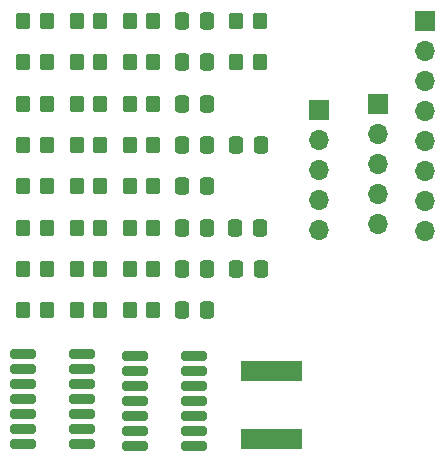
<source format=gbr>
%TF.GenerationSoftware,KiCad,Pcbnew,8.0.4*%
%TF.CreationDate,2024-08-15T03:18:53+02:00*%
%TF.ProjectId,breakout_dac,62726561-6b6f-4757-945f-6461632e6b69,rev?*%
%TF.SameCoordinates,Original*%
%TF.FileFunction,Soldermask,Top*%
%TF.FilePolarity,Negative*%
%FSLAX46Y46*%
G04 Gerber Fmt 4.6, Leading zero omitted, Abs format (unit mm)*
G04 Created by KiCad (PCBNEW 8.0.4) date 2024-08-15 03:18:53*
%MOMM*%
%LPD*%
G01*
G04 APERTURE LIST*
G04 Aperture macros list*
%AMRoundRect*
0 Rectangle with rounded corners*
0 $1 Rounding radius*
0 $2 $3 $4 $5 $6 $7 $8 $9 X,Y pos of 4 corners*
0 Add a 4 corners polygon primitive as box body*
4,1,4,$2,$3,$4,$5,$6,$7,$8,$9,$2,$3,0*
0 Add four circle primitives for the rounded corners*
1,1,$1+$1,$2,$3*
1,1,$1+$1,$4,$5*
1,1,$1+$1,$6,$7*
1,1,$1+$1,$8,$9*
0 Add four rect primitives between the rounded corners*
20,1,$1+$1,$2,$3,$4,$5,0*
20,1,$1+$1,$4,$5,$6,$7,0*
20,1,$1+$1,$6,$7,$8,$9,0*
20,1,$1+$1,$8,$9,$2,$3,0*%
G04 Aperture macros list end*
%ADD10O,1.700000X1.700000*%
%ADD11R,1.700000X1.700000*%
%ADD12RoundRect,0.076750X0.230250X-0.810250X0.230250X0.810250X-0.230250X0.810250X-0.230250X-0.810250X0*%
%ADD13RoundRect,0.201000X-0.886000X-0.201000X0.886000X-0.201000X0.886000X0.201000X-0.886000X0.201000X0*%
%ADD14RoundRect,0.201000X0.886000X0.201000X-0.886000X0.201000X-0.886000X-0.201000X0.886000X-0.201000X0*%
%ADD15RoundRect,0.250000X-0.350000X-0.450000X0.350000X-0.450000X0.350000X0.450000X-0.350000X0.450000X0*%
%ADD16RoundRect,0.250000X-0.337500X-0.475000X0.337500X-0.475000X0.337500X0.475000X-0.337500X0.475000X0*%
G04 APERTURE END LIST*
D10*
%TO.C,VOUT_DAC1*%
X96500000Y-109240000D03*
X96500000Y-106700000D03*
X96500000Y-104160000D03*
X96500000Y-101620000D03*
X96500000Y-99080000D03*
X96500000Y-96540000D03*
X96500000Y-94000000D03*
D11*
X96500000Y-91460000D03*
%TD*%
D12*
%TO.C,dac*%
X81225000Y-126870000D03*
X81875000Y-126870000D03*
X82525000Y-126870000D03*
X83175000Y-126870000D03*
X83825000Y-126870000D03*
X84475000Y-126870000D03*
X85125000Y-126870000D03*
X85775000Y-126870000D03*
X85775000Y-121130000D03*
X85125000Y-121130000D03*
X84475000Y-121130000D03*
X83825000Y-121130000D03*
X83175000Y-121130000D03*
X82525000Y-121130000D03*
X81875000Y-121130000D03*
X81225000Y-121130000D03*
%TD*%
D13*
%TO.C,opa2*%
X62500000Y-119730000D03*
X62500000Y-121000000D03*
X62500000Y-122270000D03*
X62500000Y-123540000D03*
X62500000Y-124810000D03*
X62500000Y-126080000D03*
X62500000Y-127350000D03*
X67450000Y-127350000D03*
X67450000Y-126080000D03*
X67450000Y-124810000D03*
X67450000Y-123540000D03*
X67450000Y-122270000D03*
X67450000Y-121000000D03*
X67450000Y-119730000D03*
%TD*%
D14*
%TO.C,opa1*%
X76925000Y-127500000D03*
X76925000Y-126230000D03*
X76925000Y-124960000D03*
X76925000Y-123690000D03*
X76925000Y-122420000D03*
X76925000Y-121150000D03*
X76925000Y-119880000D03*
X71975000Y-119880000D03*
X71975000Y-121150000D03*
X71975000Y-122420000D03*
X71975000Y-123690000D03*
X71975000Y-124960000D03*
X71975000Y-126230000D03*
X71975000Y-127500000D03*
%TD*%
D11*
%TO.C,SPIPINS_DAC1*%
X92500000Y-98500000D03*
D10*
X92500000Y-101040000D03*
X92500000Y-103580000D03*
X92500000Y-106120000D03*
X92500000Y-108660000D03*
%TD*%
D15*
%TO.C,R26*%
X71500000Y-116000000D03*
X73500000Y-116000000D03*
%TD*%
%TO.C,R25*%
X71500000Y-112500000D03*
X73500000Y-112500000D03*
%TD*%
%TO.C,R24*%
X71500000Y-102000000D03*
X73500000Y-102000000D03*
%TD*%
%TO.C,R23*%
X71500000Y-98500000D03*
X73500000Y-98500000D03*
%TD*%
%TO.C,R22*%
X67000000Y-105500000D03*
X69000000Y-105500000D03*
%TD*%
%TO.C,R21*%
X67000000Y-109000000D03*
X69000000Y-109000000D03*
%TD*%
%TO.C,R20*%
X67000000Y-112500000D03*
X69000000Y-112500000D03*
%TD*%
%TO.C,R19*%
X67000000Y-116000000D03*
X69000000Y-116000000D03*
%TD*%
%TO.C,R18*%
X80500000Y-91500000D03*
X82500000Y-91500000D03*
%TD*%
%TO.C,R17*%
X80500000Y-95000000D03*
X82500000Y-95000000D03*
%TD*%
%TO.C,R16*%
X62500000Y-109000000D03*
X64500000Y-109000000D03*
%TD*%
%TO.C,R15*%
X62500000Y-105500000D03*
X64500000Y-105500000D03*
%TD*%
%TO.C,R14*%
X64500000Y-116000000D03*
X62500000Y-116000000D03*
%TD*%
%TO.C,R13*%
X62500000Y-112500000D03*
X64500000Y-112500000D03*
%TD*%
%TO.C,R12*%
X71500000Y-109000000D03*
X73500000Y-109000000D03*
%TD*%
%TO.C,R11*%
X71500000Y-105500000D03*
X73500000Y-105500000D03*
%TD*%
%TO.C,R10*%
X71500000Y-95000000D03*
X73500000Y-95000000D03*
%TD*%
%TO.C,R9*%
X71500000Y-91500000D03*
X73500000Y-91500000D03*
%TD*%
%TO.C,R8*%
X67000000Y-102000000D03*
X69000000Y-102000000D03*
%TD*%
%TO.C,R7*%
X67000000Y-98500000D03*
X69000000Y-98500000D03*
%TD*%
%TO.C,R6*%
X67000000Y-95000000D03*
X69000000Y-95000000D03*
%TD*%
%TO.C,R5*%
X67000000Y-91500000D03*
X69000000Y-91500000D03*
%TD*%
%TO.C,R4*%
X62500000Y-102000000D03*
X64500000Y-102000000D03*
%TD*%
%TO.C,R3*%
X62500000Y-98500000D03*
X64500000Y-98500000D03*
%TD*%
%TO.C,R2*%
X62500000Y-95000000D03*
X64500000Y-95000000D03*
%TD*%
%TO.C,R1*%
X62500000Y-91500000D03*
X64500000Y-91500000D03*
%TD*%
D11*
%TO.C,PWRPINS_DAC1*%
X87500000Y-99000000D03*
D10*
X87500000Y-101540000D03*
X87500000Y-104080000D03*
X87500000Y-106620000D03*
X87500000Y-109160000D03*
%TD*%
D16*
%TO.C,C11*%
X78000000Y-102000000D03*
X75925000Y-102000000D03*
%TD*%
%TO.C,C10*%
X78000000Y-98500000D03*
X75925000Y-98500000D03*
%TD*%
%TO.C,C9*%
X78000000Y-95000000D03*
X75925000Y-95000000D03*
%TD*%
%TO.C,C8*%
X78000000Y-91500000D03*
X75925000Y-91500000D03*
%TD*%
%TO.C,C7*%
X80425000Y-109000000D03*
X82500000Y-109000000D03*
%TD*%
%TO.C,C6*%
X80500000Y-102000000D03*
X82575000Y-102000000D03*
%TD*%
%TO.C,C5*%
X80500000Y-112500000D03*
X82575000Y-112500000D03*
%TD*%
%TO.C,C4*%
X78000000Y-105500000D03*
X75925000Y-105500000D03*
%TD*%
%TO.C,C3*%
X78000000Y-109000000D03*
X75925000Y-109000000D03*
%TD*%
%TO.C,C2*%
X78000000Y-112500000D03*
X75925000Y-112500000D03*
%TD*%
%TO.C,C1*%
X78000000Y-116000000D03*
X75925000Y-116000000D03*
%TD*%
M02*

</source>
